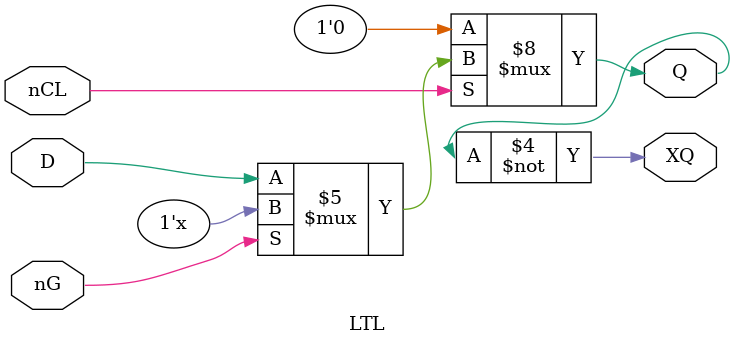
<source format=v>

`timescale 1ns/100ps

module LTL(
	input D,
	input nG,
	input nCL,
	output reg Q,
	output XQ
);

always @(*) begin
	if (!nCL) begin
		Q <= 1'b0;
	end else begin
		if (!nG)
			Q <= D;	// tmax = 2.6ns
	end
end

assign XQ = ~Q;

endmodule

</source>
